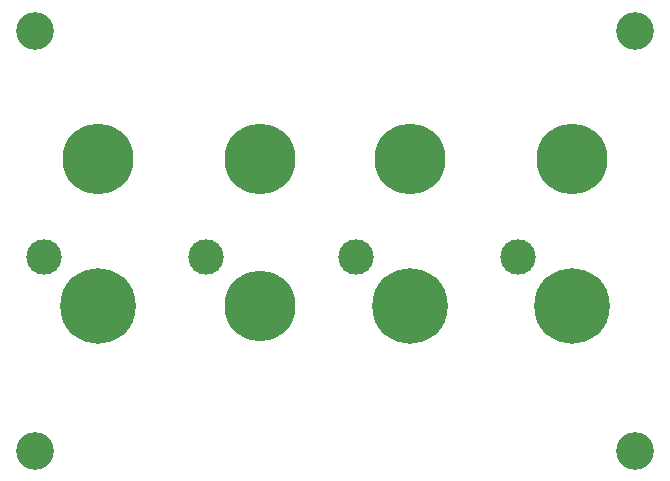
<source format=gbr>
%TF.GenerationSoftware,KiCad,Pcbnew,(5.1.9)-1*%
%TF.CreationDate,2021-03-03T01:24:06+00:00*%
%TF.ProjectId,Four Power Outlet Front Panel,466f7572-2050-46f7-9765-72204f75746c,rev?*%
%TF.SameCoordinates,Original*%
%TF.FileFunction,Soldermask,Top*%
%TF.FilePolarity,Negative*%
%FSLAX46Y46*%
G04 Gerber Fmt 4.6, Leading zero omitted, Abs format (unit mm)*
G04 Created by KiCad (PCBNEW (5.1.9)-1) date 2021-03-03 01:24:06*
%MOMM*%
%LPD*%
G01*
G04 APERTURE LIST*
%ADD10C,6.000000*%
%ADD11C,3.200000*%
%ADD12C,3.000000*%
%ADD13C,6.400000*%
G04 APERTURE END LIST*
D10*
%TO.C,OUT 2*%
X125730000Y-73055000D03*
%TD*%
D11*
%TO.C,REF\u002A\u002A*%
X106680000Y-97790000D03*
%TD*%
%TO.C,REF\u002A\u002A*%
X157480000Y-97790000D03*
%TD*%
%TO.C,REF\u002A\u002A*%
X157480000Y-62230000D03*
%TD*%
%TO.C,REF\u002A\u002A*%
X106680000Y-62230000D03*
%TD*%
D10*
%TO.C,OUT 1*%
X112014000Y-73055000D03*
%TD*%
D12*
%TO.C,REF\u002A\u002A*%
X147546000Y-81415000D03*
%TD*%
%TO.C,REF\u002A\u002A*%
X133830000Y-81415000D03*
%TD*%
%TO.C,REF\u002A\u002A*%
X107414000Y-81415000D03*
%TD*%
D13*
%TO.C,REF\u002A\u002A*%
X152146000Y-85515000D03*
%TD*%
%TO.C,REF\u002A\u002A*%
X138430000Y-85515000D03*
%TD*%
D12*
%TO.C,REF\u002A\u002A*%
X121130000Y-81415000D03*
%TD*%
D13*
%TO.C,REF\u002A\u002A*%
X112014000Y-85515000D03*
%TD*%
D10*
%TO.C,OUT 4*%
X152146000Y-73055000D03*
%TD*%
%TO.C,OUT 3*%
X138430000Y-73055000D03*
%TD*%
%TO.C,OUT 2*%
X125730000Y-85515000D03*
%TD*%
M02*

</source>
